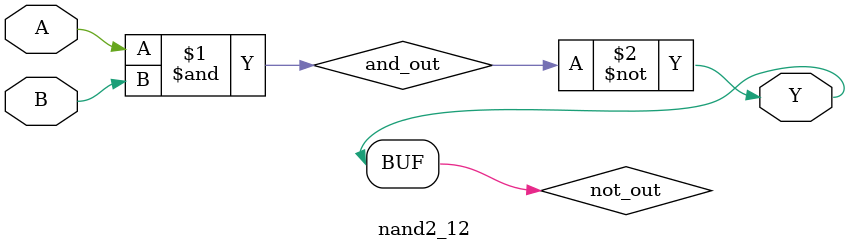
<source format=sv>
module nand2_12 (
    input wire A, B,
    output wire Y
);
    wire and_out;
    wire not_out;

    // Implementing NAND using basic AND and NOT gates
    and (and_out, A, B);
    not (not_out, and_out);
    assign Y = not_out;
endmodule

</source>
